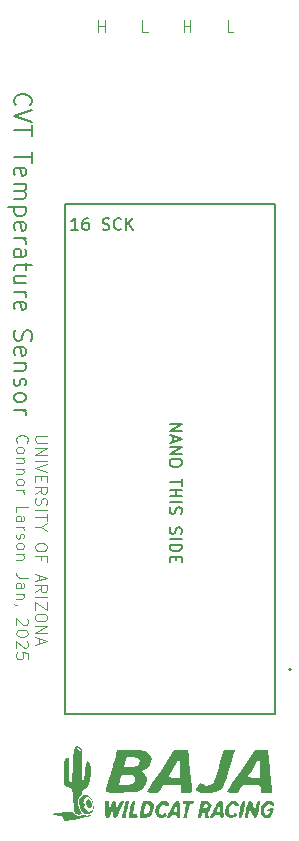
<source format=gbr>
%TF.GenerationSoftware,KiCad,Pcbnew,8.0.8-8.0.8-0~ubuntu24.04.1*%
%TF.CreationDate,2025-02-15T13:06:28-07:00*%
%TF.ProjectId,Temperature Sensor,54656d70-6572-4617-9475-72652053656e,rev?*%
%TF.SameCoordinates,Original*%
%TF.FileFunction,Legend,Top*%
%TF.FilePolarity,Positive*%
%FSLAX46Y46*%
G04 Gerber Fmt 4.6, Leading zero omitted, Abs format (unit mm)*
G04 Created by KiCad (PCBNEW 8.0.8-8.0.8-0~ubuntu24.04.1) date 2025-02-15 13:06:28*
%MOMM*%
%LPD*%
G01*
G04 APERTURE LIST*
%ADD10C,0.150000*%
%ADD11C,0.100000*%
%ADD12C,0.000000*%
%ADD13C,0.127000*%
%ADD14C,0.200000*%
G04 APERTURE END LIST*
D10*
X136860588Y-79369819D02*
X136289160Y-79369819D01*
X136574874Y-79369819D02*
X136574874Y-78369819D01*
X136574874Y-78369819D02*
X136479636Y-78512676D01*
X136479636Y-78512676D02*
X136384398Y-78607914D01*
X136384398Y-78607914D02*
X136289160Y-78655533D01*
X137717731Y-78369819D02*
X137527255Y-78369819D01*
X137527255Y-78369819D02*
X137432017Y-78417438D01*
X137432017Y-78417438D02*
X137384398Y-78465057D01*
X137384398Y-78465057D02*
X137289160Y-78607914D01*
X137289160Y-78607914D02*
X137241541Y-78798390D01*
X137241541Y-78798390D02*
X137241541Y-79179342D01*
X137241541Y-79179342D02*
X137289160Y-79274580D01*
X137289160Y-79274580D02*
X137336779Y-79322200D01*
X137336779Y-79322200D02*
X137432017Y-79369819D01*
X137432017Y-79369819D02*
X137622493Y-79369819D01*
X137622493Y-79369819D02*
X137717731Y-79322200D01*
X137717731Y-79322200D02*
X137765350Y-79274580D01*
X137765350Y-79274580D02*
X137812969Y-79179342D01*
X137812969Y-79179342D02*
X137812969Y-78941247D01*
X137812969Y-78941247D02*
X137765350Y-78846009D01*
X137765350Y-78846009D02*
X137717731Y-78798390D01*
X137717731Y-78798390D02*
X137622493Y-78750771D01*
X137622493Y-78750771D02*
X137432017Y-78750771D01*
X137432017Y-78750771D02*
X137336779Y-78798390D01*
X137336779Y-78798390D02*
X137289160Y-78846009D01*
X137289160Y-78846009D02*
X137241541Y-78941247D01*
X138955827Y-79322200D02*
X139098684Y-79369819D01*
X139098684Y-79369819D02*
X139336779Y-79369819D01*
X139336779Y-79369819D02*
X139432017Y-79322200D01*
X139432017Y-79322200D02*
X139479636Y-79274580D01*
X139479636Y-79274580D02*
X139527255Y-79179342D01*
X139527255Y-79179342D02*
X139527255Y-79084104D01*
X139527255Y-79084104D02*
X139479636Y-78988866D01*
X139479636Y-78988866D02*
X139432017Y-78941247D01*
X139432017Y-78941247D02*
X139336779Y-78893628D01*
X139336779Y-78893628D02*
X139146303Y-78846009D01*
X139146303Y-78846009D02*
X139051065Y-78798390D01*
X139051065Y-78798390D02*
X139003446Y-78750771D01*
X139003446Y-78750771D02*
X138955827Y-78655533D01*
X138955827Y-78655533D02*
X138955827Y-78560295D01*
X138955827Y-78560295D02*
X139003446Y-78465057D01*
X139003446Y-78465057D02*
X139051065Y-78417438D01*
X139051065Y-78417438D02*
X139146303Y-78369819D01*
X139146303Y-78369819D02*
X139384398Y-78369819D01*
X139384398Y-78369819D02*
X139527255Y-78417438D01*
X140527255Y-79274580D02*
X140479636Y-79322200D01*
X140479636Y-79322200D02*
X140336779Y-79369819D01*
X140336779Y-79369819D02*
X140241541Y-79369819D01*
X140241541Y-79369819D02*
X140098684Y-79322200D01*
X140098684Y-79322200D02*
X140003446Y-79226961D01*
X140003446Y-79226961D02*
X139955827Y-79131723D01*
X139955827Y-79131723D02*
X139908208Y-78941247D01*
X139908208Y-78941247D02*
X139908208Y-78798390D01*
X139908208Y-78798390D02*
X139955827Y-78607914D01*
X139955827Y-78607914D02*
X140003446Y-78512676D01*
X140003446Y-78512676D02*
X140098684Y-78417438D01*
X140098684Y-78417438D02*
X140241541Y-78369819D01*
X140241541Y-78369819D02*
X140336779Y-78369819D01*
X140336779Y-78369819D02*
X140479636Y-78417438D01*
X140479636Y-78417438D02*
X140527255Y-78465057D01*
X140955827Y-79369819D02*
X140955827Y-78369819D01*
X141527255Y-79369819D02*
X141098684Y-78798390D01*
X141527255Y-78369819D02*
X140955827Y-78941247D01*
X144630180Y-95836779D02*
X145630180Y-95836779D01*
X145630180Y-95836779D02*
X144630180Y-96408207D01*
X144630180Y-96408207D02*
X145630180Y-96408207D01*
X144915895Y-96836779D02*
X144915895Y-97312969D01*
X144630180Y-96741541D02*
X145630180Y-97074874D01*
X145630180Y-97074874D02*
X144630180Y-97408207D01*
X144630180Y-97741541D02*
X145630180Y-97741541D01*
X145630180Y-97741541D02*
X144630180Y-98312969D01*
X144630180Y-98312969D02*
X145630180Y-98312969D01*
X145630180Y-98979636D02*
X145630180Y-99170112D01*
X145630180Y-99170112D02*
X145582561Y-99265350D01*
X145582561Y-99265350D02*
X145487323Y-99360588D01*
X145487323Y-99360588D02*
X145296847Y-99408207D01*
X145296847Y-99408207D02*
X144963514Y-99408207D01*
X144963514Y-99408207D02*
X144773038Y-99360588D01*
X144773038Y-99360588D02*
X144677800Y-99265350D01*
X144677800Y-99265350D02*
X144630180Y-99170112D01*
X144630180Y-99170112D02*
X144630180Y-98979636D01*
X144630180Y-98979636D02*
X144677800Y-98884398D01*
X144677800Y-98884398D02*
X144773038Y-98789160D01*
X144773038Y-98789160D02*
X144963514Y-98741541D01*
X144963514Y-98741541D02*
X145296847Y-98741541D01*
X145296847Y-98741541D02*
X145487323Y-98789160D01*
X145487323Y-98789160D02*
X145582561Y-98884398D01*
X145582561Y-98884398D02*
X145630180Y-98979636D01*
X145630180Y-100455827D02*
X145630180Y-101027255D01*
X144630180Y-100741541D02*
X145630180Y-100741541D01*
X144630180Y-101360589D02*
X145630180Y-101360589D01*
X145153990Y-101360589D02*
X145153990Y-101932017D01*
X144630180Y-101932017D02*
X145630180Y-101932017D01*
X144630180Y-102408208D02*
X145630180Y-102408208D01*
X144677800Y-102836779D02*
X144630180Y-102979636D01*
X144630180Y-102979636D02*
X144630180Y-103217731D01*
X144630180Y-103217731D02*
X144677800Y-103312969D01*
X144677800Y-103312969D02*
X144725419Y-103360588D01*
X144725419Y-103360588D02*
X144820657Y-103408207D01*
X144820657Y-103408207D02*
X144915895Y-103408207D01*
X144915895Y-103408207D02*
X145011133Y-103360588D01*
X145011133Y-103360588D02*
X145058752Y-103312969D01*
X145058752Y-103312969D02*
X145106371Y-103217731D01*
X145106371Y-103217731D02*
X145153990Y-103027255D01*
X145153990Y-103027255D02*
X145201609Y-102932017D01*
X145201609Y-102932017D02*
X145249228Y-102884398D01*
X145249228Y-102884398D02*
X145344466Y-102836779D01*
X145344466Y-102836779D02*
X145439704Y-102836779D01*
X145439704Y-102836779D02*
X145534942Y-102884398D01*
X145534942Y-102884398D02*
X145582561Y-102932017D01*
X145582561Y-102932017D02*
X145630180Y-103027255D01*
X145630180Y-103027255D02*
X145630180Y-103265350D01*
X145630180Y-103265350D02*
X145582561Y-103408207D01*
X144677800Y-104551065D02*
X144630180Y-104693922D01*
X144630180Y-104693922D02*
X144630180Y-104932017D01*
X144630180Y-104932017D02*
X144677800Y-105027255D01*
X144677800Y-105027255D02*
X144725419Y-105074874D01*
X144725419Y-105074874D02*
X144820657Y-105122493D01*
X144820657Y-105122493D02*
X144915895Y-105122493D01*
X144915895Y-105122493D02*
X145011133Y-105074874D01*
X145011133Y-105074874D02*
X145058752Y-105027255D01*
X145058752Y-105027255D02*
X145106371Y-104932017D01*
X145106371Y-104932017D02*
X145153990Y-104741541D01*
X145153990Y-104741541D02*
X145201609Y-104646303D01*
X145201609Y-104646303D02*
X145249228Y-104598684D01*
X145249228Y-104598684D02*
X145344466Y-104551065D01*
X145344466Y-104551065D02*
X145439704Y-104551065D01*
X145439704Y-104551065D02*
X145534942Y-104598684D01*
X145534942Y-104598684D02*
X145582561Y-104646303D01*
X145582561Y-104646303D02*
X145630180Y-104741541D01*
X145630180Y-104741541D02*
X145630180Y-104979636D01*
X145630180Y-104979636D02*
X145582561Y-105122493D01*
X144630180Y-105551065D02*
X145630180Y-105551065D01*
X144630180Y-106027255D02*
X145630180Y-106027255D01*
X145630180Y-106027255D02*
X145630180Y-106265350D01*
X145630180Y-106265350D02*
X145582561Y-106408207D01*
X145582561Y-106408207D02*
X145487323Y-106503445D01*
X145487323Y-106503445D02*
X145392085Y-106551064D01*
X145392085Y-106551064D02*
X145201609Y-106598683D01*
X145201609Y-106598683D02*
X145058752Y-106598683D01*
X145058752Y-106598683D02*
X144868276Y-106551064D01*
X144868276Y-106551064D02*
X144773038Y-106503445D01*
X144773038Y-106503445D02*
X144677800Y-106408207D01*
X144677800Y-106408207D02*
X144630180Y-106265350D01*
X144630180Y-106265350D02*
X144630180Y-106027255D01*
X145153990Y-107027255D02*
X145153990Y-107360588D01*
X144630180Y-107503445D02*
X144630180Y-107027255D01*
X144630180Y-107027255D02*
X145630180Y-107027255D01*
X145630180Y-107027255D02*
X145630180Y-107503445D01*
D11*
X134237524Y-96803884D02*
X133428001Y-96803884D01*
X133428001Y-96803884D02*
X133332763Y-96851503D01*
X133332763Y-96851503D02*
X133285144Y-96899122D01*
X133285144Y-96899122D02*
X133237524Y-96994360D01*
X133237524Y-96994360D02*
X133237524Y-97184836D01*
X133237524Y-97184836D02*
X133285144Y-97280074D01*
X133285144Y-97280074D02*
X133332763Y-97327693D01*
X133332763Y-97327693D02*
X133428001Y-97375312D01*
X133428001Y-97375312D02*
X134237524Y-97375312D01*
X133237524Y-97851503D02*
X134237524Y-97851503D01*
X134237524Y-97851503D02*
X133237524Y-98422931D01*
X133237524Y-98422931D02*
X134237524Y-98422931D01*
X133237524Y-98899122D02*
X134237524Y-98899122D01*
X134237524Y-99232455D02*
X133237524Y-99565788D01*
X133237524Y-99565788D02*
X134237524Y-99899121D01*
X133761334Y-100232455D02*
X133761334Y-100565788D01*
X133237524Y-100708645D02*
X133237524Y-100232455D01*
X133237524Y-100232455D02*
X134237524Y-100232455D01*
X134237524Y-100232455D02*
X134237524Y-100708645D01*
X133237524Y-101708645D02*
X133713715Y-101375312D01*
X133237524Y-101137217D02*
X134237524Y-101137217D01*
X134237524Y-101137217D02*
X134237524Y-101518169D01*
X134237524Y-101518169D02*
X134189905Y-101613407D01*
X134189905Y-101613407D02*
X134142286Y-101661026D01*
X134142286Y-101661026D02*
X134047048Y-101708645D01*
X134047048Y-101708645D02*
X133904191Y-101708645D01*
X133904191Y-101708645D02*
X133808953Y-101661026D01*
X133808953Y-101661026D02*
X133761334Y-101613407D01*
X133761334Y-101613407D02*
X133713715Y-101518169D01*
X133713715Y-101518169D02*
X133713715Y-101137217D01*
X133285144Y-102089598D02*
X133237524Y-102232455D01*
X133237524Y-102232455D02*
X133237524Y-102470550D01*
X133237524Y-102470550D02*
X133285144Y-102565788D01*
X133285144Y-102565788D02*
X133332763Y-102613407D01*
X133332763Y-102613407D02*
X133428001Y-102661026D01*
X133428001Y-102661026D02*
X133523239Y-102661026D01*
X133523239Y-102661026D02*
X133618477Y-102613407D01*
X133618477Y-102613407D02*
X133666096Y-102565788D01*
X133666096Y-102565788D02*
X133713715Y-102470550D01*
X133713715Y-102470550D02*
X133761334Y-102280074D01*
X133761334Y-102280074D02*
X133808953Y-102184836D01*
X133808953Y-102184836D02*
X133856572Y-102137217D01*
X133856572Y-102137217D02*
X133951810Y-102089598D01*
X133951810Y-102089598D02*
X134047048Y-102089598D01*
X134047048Y-102089598D02*
X134142286Y-102137217D01*
X134142286Y-102137217D02*
X134189905Y-102184836D01*
X134189905Y-102184836D02*
X134237524Y-102280074D01*
X134237524Y-102280074D02*
X134237524Y-102518169D01*
X134237524Y-102518169D02*
X134189905Y-102661026D01*
X133237524Y-103089598D02*
X134237524Y-103089598D01*
X134237524Y-103422931D02*
X134237524Y-103994359D01*
X133237524Y-103708645D02*
X134237524Y-103708645D01*
X133713715Y-104518169D02*
X133237524Y-104518169D01*
X134237524Y-104184836D02*
X133713715Y-104518169D01*
X133713715Y-104518169D02*
X134237524Y-104851502D01*
X134237524Y-106137217D02*
X134237524Y-106327693D01*
X134237524Y-106327693D02*
X134189905Y-106422931D01*
X134189905Y-106422931D02*
X134094667Y-106518169D01*
X134094667Y-106518169D02*
X133904191Y-106565788D01*
X133904191Y-106565788D02*
X133570858Y-106565788D01*
X133570858Y-106565788D02*
X133380382Y-106518169D01*
X133380382Y-106518169D02*
X133285144Y-106422931D01*
X133285144Y-106422931D02*
X133237524Y-106327693D01*
X133237524Y-106327693D02*
X133237524Y-106137217D01*
X133237524Y-106137217D02*
X133285144Y-106041979D01*
X133285144Y-106041979D02*
X133380382Y-105946741D01*
X133380382Y-105946741D02*
X133570858Y-105899122D01*
X133570858Y-105899122D02*
X133904191Y-105899122D01*
X133904191Y-105899122D02*
X134094667Y-105946741D01*
X134094667Y-105946741D02*
X134189905Y-106041979D01*
X134189905Y-106041979D02*
X134237524Y-106137217D01*
X133761334Y-107327693D02*
X133761334Y-106994360D01*
X133237524Y-106994360D02*
X134237524Y-106994360D01*
X134237524Y-106994360D02*
X134237524Y-107470550D01*
X133523239Y-108565789D02*
X133523239Y-109041979D01*
X133237524Y-108470551D02*
X134237524Y-108803884D01*
X134237524Y-108803884D02*
X133237524Y-109137217D01*
X133237524Y-110041979D02*
X133713715Y-109708646D01*
X133237524Y-109470551D02*
X134237524Y-109470551D01*
X134237524Y-109470551D02*
X134237524Y-109851503D01*
X134237524Y-109851503D02*
X134189905Y-109946741D01*
X134189905Y-109946741D02*
X134142286Y-109994360D01*
X134142286Y-109994360D02*
X134047048Y-110041979D01*
X134047048Y-110041979D02*
X133904191Y-110041979D01*
X133904191Y-110041979D02*
X133808953Y-109994360D01*
X133808953Y-109994360D02*
X133761334Y-109946741D01*
X133761334Y-109946741D02*
X133713715Y-109851503D01*
X133713715Y-109851503D02*
X133713715Y-109470551D01*
X133237524Y-110470551D02*
X134237524Y-110470551D01*
X134237524Y-110851503D02*
X134237524Y-111518169D01*
X134237524Y-111518169D02*
X133237524Y-110851503D01*
X133237524Y-110851503D02*
X133237524Y-111518169D01*
X134237524Y-112089598D02*
X134237524Y-112280074D01*
X134237524Y-112280074D02*
X134189905Y-112375312D01*
X134189905Y-112375312D02*
X134094667Y-112470550D01*
X134094667Y-112470550D02*
X133904191Y-112518169D01*
X133904191Y-112518169D02*
X133570858Y-112518169D01*
X133570858Y-112518169D02*
X133380382Y-112470550D01*
X133380382Y-112470550D02*
X133285144Y-112375312D01*
X133285144Y-112375312D02*
X133237524Y-112280074D01*
X133237524Y-112280074D02*
X133237524Y-112089598D01*
X133237524Y-112089598D02*
X133285144Y-111994360D01*
X133285144Y-111994360D02*
X133380382Y-111899122D01*
X133380382Y-111899122D02*
X133570858Y-111851503D01*
X133570858Y-111851503D02*
X133904191Y-111851503D01*
X133904191Y-111851503D02*
X134094667Y-111899122D01*
X134094667Y-111899122D02*
X134189905Y-111994360D01*
X134189905Y-111994360D02*
X134237524Y-112089598D01*
X133237524Y-112946741D02*
X134237524Y-112946741D01*
X134237524Y-112946741D02*
X133237524Y-113518169D01*
X133237524Y-113518169D02*
X134237524Y-113518169D01*
X133523239Y-113946741D02*
X133523239Y-114422931D01*
X133237524Y-113851503D02*
X134237524Y-114184836D01*
X134237524Y-114184836D02*
X133237524Y-114518169D01*
X131722819Y-97375312D02*
X131675200Y-97327693D01*
X131675200Y-97327693D02*
X131627580Y-97184836D01*
X131627580Y-97184836D02*
X131627580Y-97089598D01*
X131627580Y-97089598D02*
X131675200Y-96946741D01*
X131675200Y-96946741D02*
X131770438Y-96851503D01*
X131770438Y-96851503D02*
X131865676Y-96803884D01*
X131865676Y-96803884D02*
X132056152Y-96756265D01*
X132056152Y-96756265D02*
X132199009Y-96756265D01*
X132199009Y-96756265D02*
X132389485Y-96803884D01*
X132389485Y-96803884D02*
X132484723Y-96851503D01*
X132484723Y-96851503D02*
X132579961Y-96946741D01*
X132579961Y-96946741D02*
X132627580Y-97089598D01*
X132627580Y-97089598D02*
X132627580Y-97184836D01*
X132627580Y-97184836D02*
X132579961Y-97327693D01*
X132579961Y-97327693D02*
X132532342Y-97375312D01*
X131627580Y-97946741D02*
X131675200Y-97851503D01*
X131675200Y-97851503D02*
X131722819Y-97803884D01*
X131722819Y-97803884D02*
X131818057Y-97756265D01*
X131818057Y-97756265D02*
X132103771Y-97756265D01*
X132103771Y-97756265D02*
X132199009Y-97803884D01*
X132199009Y-97803884D02*
X132246628Y-97851503D01*
X132246628Y-97851503D02*
X132294247Y-97946741D01*
X132294247Y-97946741D02*
X132294247Y-98089598D01*
X132294247Y-98089598D02*
X132246628Y-98184836D01*
X132246628Y-98184836D02*
X132199009Y-98232455D01*
X132199009Y-98232455D02*
X132103771Y-98280074D01*
X132103771Y-98280074D02*
X131818057Y-98280074D01*
X131818057Y-98280074D02*
X131722819Y-98232455D01*
X131722819Y-98232455D02*
X131675200Y-98184836D01*
X131675200Y-98184836D02*
X131627580Y-98089598D01*
X131627580Y-98089598D02*
X131627580Y-97946741D01*
X132294247Y-98708646D02*
X131627580Y-98708646D01*
X132199009Y-98708646D02*
X132246628Y-98756265D01*
X132246628Y-98756265D02*
X132294247Y-98851503D01*
X132294247Y-98851503D02*
X132294247Y-98994360D01*
X132294247Y-98994360D02*
X132246628Y-99089598D01*
X132246628Y-99089598D02*
X132151390Y-99137217D01*
X132151390Y-99137217D02*
X131627580Y-99137217D01*
X132294247Y-99613408D02*
X131627580Y-99613408D01*
X132199009Y-99613408D02*
X132246628Y-99661027D01*
X132246628Y-99661027D02*
X132294247Y-99756265D01*
X132294247Y-99756265D02*
X132294247Y-99899122D01*
X132294247Y-99899122D02*
X132246628Y-99994360D01*
X132246628Y-99994360D02*
X132151390Y-100041979D01*
X132151390Y-100041979D02*
X131627580Y-100041979D01*
X131627580Y-100661027D02*
X131675200Y-100565789D01*
X131675200Y-100565789D02*
X131722819Y-100518170D01*
X131722819Y-100518170D02*
X131818057Y-100470551D01*
X131818057Y-100470551D02*
X132103771Y-100470551D01*
X132103771Y-100470551D02*
X132199009Y-100518170D01*
X132199009Y-100518170D02*
X132246628Y-100565789D01*
X132246628Y-100565789D02*
X132294247Y-100661027D01*
X132294247Y-100661027D02*
X132294247Y-100803884D01*
X132294247Y-100803884D02*
X132246628Y-100899122D01*
X132246628Y-100899122D02*
X132199009Y-100946741D01*
X132199009Y-100946741D02*
X132103771Y-100994360D01*
X132103771Y-100994360D02*
X131818057Y-100994360D01*
X131818057Y-100994360D02*
X131722819Y-100946741D01*
X131722819Y-100946741D02*
X131675200Y-100899122D01*
X131675200Y-100899122D02*
X131627580Y-100803884D01*
X131627580Y-100803884D02*
X131627580Y-100661027D01*
X131627580Y-101422932D02*
X132294247Y-101422932D01*
X132103771Y-101422932D02*
X132199009Y-101470551D01*
X132199009Y-101470551D02*
X132246628Y-101518170D01*
X132246628Y-101518170D02*
X132294247Y-101613408D01*
X132294247Y-101613408D02*
X132294247Y-101708646D01*
X131627580Y-103280075D02*
X131627580Y-102803885D01*
X131627580Y-102803885D02*
X132627580Y-102803885D01*
X131627580Y-104041980D02*
X132151390Y-104041980D01*
X132151390Y-104041980D02*
X132246628Y-103994361D01*
X132246628Y-103994361D02*
X132294247Y-103899123D01*
X132294247Y-103899123D02*
X132294247Y-103708647D01*
X132294247Y-103708647D02*
X132246628Y-103613409D01*
X131675200Y-104041980D02*
X131627580Y-103946742D01*
X131627580Y-103946742D02*
X131627580Y-103708647D01*
X131627580Y-103708647D02*
X131675200Y-103613409D01*
X131675200Y-103613409D02*
X131770438Y-103565790D01*
X131770438Y-103565790D02*
X131865676Y-103565790D01*
X131865676Y-103565790D02*
X131960914Y-103613409D01*
X131960914Y-103613409D02*
X132008533Y-103708647D01*
X132008533Y-103708647D02*
X132008533Y-103946742D01*
X132008533Y-103946742D02*
X132056152Y-104041980D01*
X131627580Y-104518171D02*
X132294247Y-104518171D01*
X132103771Y-104518171D02*
X132199009Y-104565790D01*
X132199009Y-104565790D02*
X132246628Y-104613409D01*
X132246628Y-104613409D02*
X132294247Y-104708647D01*
X132294247Y-104708647D02*
X132294247Y-104803885D01*
X131675200Y-105089600D02*
X131627580Y-105184838D01*
X131627580Y-105184838D02*
X131627580Y-105375314D01*
X131627580Y-105375314D02*
X131675200Y-105470552D01*
X131675200Y-105470552D02*
X131770438Y-105518171D01*
X131770438Y-105518171D02*
X131818057Y-105518171D01*
X131818057Y-105518171D02*
X131913295Y-105470552D01*
X131913295Y-105470552D02*
X131960914Y-105375314D01*
X131960914Y-105375314D02*
X131960914Y-105232457D01*
X131960914Y-105232457D02*
X132008533Y-105137219D01*
X132008533Y-105137219D02*
X132103771Y-105089600D01*
X132103771Y-105089600D02*
X132151390Y-105089600D01*
X132151390Y-105089600D02*
X132246628Y-105137219D01*
X132246628Y-105137219D02*
X132294247Y-105232457D01*
X132294247Y-105232457D02*
X132294247Y-105375314D01*
X132294247Y-105375314D02*
X132246628Y-105470552D01*
X131627580Y-106089600D02*
X131675200Y-105994362D01*
X131675200Y-105994362D02*
X131722819Y-105946743D01*
X131722819Y-105946743D02*
X131818057Y-105899124D01*
X131818057Y-105899124D02*
X132103771Y-105899124D01*
X132103771Y-105899124D02*
X132199009Y-105946743D01*
X132199009Y-105946743D02*
X132246628Y-105994362D01*
X132246628Y-105994362D02*
X132294247Y-106089600D01*
X132294247Y-106089600D02*
X132294247Y-106232457D01*
X132294247Y-106232457D02*
X132246628Y-106327695D01*
X132246628Y-106327695D02*
X132199009Y-106375314D01*
X132199009Y-106375314D02*
X132103771Y-106422933D01*
X132103771Y-106422933D02*
X131818057Y-106422933D01*
X131818057Y-106422933D02*
X131722819Y-106375314D01*
X131722819Y-106375314D02*
X131675200Y-106327695D01*
X131675200Y-106327695D02*
X131627580Y-106232457D01*
X131627580Y-106232457D02*
X131627580Y-106089600D01*
X132294247Y-106851505D02*
X131627580Y-106851505D01*
X132199009Y-106851505D02*
X132246628Y-106899124D01*
X132246628Y-106899124D02*
X132294247Y-106994362D01*
X132294247Y-106994362D02*
X132294247Y-107137219D01*
X132294247Y-107137219D02*
X132246628Y-107232457D01*
X132246628Y-107232457D02*
X132151390Y-107280076D01*
X132151390Y-107280076D02*
X131627580Y-107280076D01*
X132627580Y-108803886D02*
X131913295Y-108803886D01*
X131913295Y-108803886D02*
X131770438Y-108756267D01*
X131770438Y-108756267D02*
X131675200Y-108661029D01*
X131675200Y-108661029D02*
X131627580Y-108518172D01*
X131627580Y-108518172D02*
X131627580Y-108422934D01*
X131627580Y-109708648D02*
X132151390Y-109708648D01*
X132151390Y-109708648D02*
X132246628Y-109661029D01*
X132246628Y-109661029D02*
X132294247Y-109565791D01*
X132294247Y-109565791D02*
X132294247Y-109375315D01*
X132294247Y-109375315D02*
X132246628Y-109280077D01*
X131675200Y-109708648D02*
X131627580Y-109613410D01*
X131627580Y-109613410D02*
X131627580Y-109375315D01*
X131627580Y-109375315D02*
X131675200Y-109280077D01*
X131675200Y-109280077D02*
X131770438Y-109232458D01*
X131770438Y-109232458D02*
X131865676Y-109232458D01*
X131865676Y-109232458D02*
X131960914Y-109280077D01*
X131960914Y-109280077D02*
X132008533Y-109375315D01*
X132008533Y-109375315D02*
X132008533Y-109613410D01*
X132008533Y-109613410D02*
X132056152Y-109708648D01*
X132294247Y-110184839D02*
X131627580Y-110184839D01*
X132199009Y-110184839D02*
X132246628Y-110232458D01*
X132246628Y-110232458D02*
X132294247Y-110327696D01*
X132294247Y-110327696D02*
X132294247Y-110470553D01*
X132294247Y-110470553D02*
X132246628Y-110565791D01*
X132246628Y-110565791D02*
X132151390Y-110613410D01*
X132151390Y-110613410D02*
X131627580Y-110613410D01*
X131675200Y-111137220D02*
X131627580Y-111137220D01*
X131627580Y-111137220D02*
X131532342Y-111089601D01*
X131532342Y-111089601D02*
X131484723Y-111041982D01*
X132532342Y-112280077D02*
X132579961Y-112327696D01*
X132579961Y-112327696D02*
X132627580Y-112422934D01*
X132627580Y-112422934D02*
X132627580Y-112661029D01*
X132627580Y-112661029D02*
X132579961Y-112756267D01*
X132579961Y-112756267D02*
X132532342Y-112803886D01*
X132532342Y-112803886D02*
X132437104Y-112851505D01*
X132437104Y-112851505D02*
X132341866Y-112851505D01*
X132341866Y-112851505D02*
X132199009Y-112803886D01*
X132199009Y-112803886D02*
X131627580Y-112232458D01*
X131627580Y-112232458D02*
X131627580Y-112851505D01*
X132627580Y-113470553D02*
X132627580Y-113565791D01*
X132627580Y-113565791D02*
X132579961Y-113661029D01*
X132579961Y-113661029D02*
X132532342Y-113708648D01*
X132532342Y-113708648D02*
X132437104Y-113756267D01*
X132437104Y-113756267D02*
X132246628Y-113803886D01*
X132246628Y-113803886D02*
X132008533Y-113803886D01*
X132008533Y-113803886D02*
X131818057Y-113756267D01*
X131818057Y-113756267D02*
X131722819Y-113708648D01*
X131722819Y-113708648D02*
X131675200Y-113661029D01*
X131675200Y-113661029D02*
X131627580Y-113565791D01*
X131627580Y-113565791D02*
X131627580Y-113470553D01*
X131627580Y-113470553D02*
X131675200Y-113375315D01*
X131675200Y-113375315D02*
X131722819Y-113327696D01*
X131722819Y-113327696D02*
X131818057Y-113280077D01*
X131818057Y-113280077D02*
X132008533Y-113232458D01*
X132008533Y-113232458D02*
X132246628Y-113232458D01*
X132246628Y-113232458D02*
X132437104Y-113280077D01*
X132437104Y-113280077D02*
X132532342Y-113327696D01*
X132532342Y-113327696D02*
X132579961Y-113375315D01*
X132579961Y-113375315D02*
X132627580Y-113470553D01*
X132532342Y-114184839D02*
X132579961Y-114232458D01*
X132579961Y-114232458D02*
X132627580Y-114327696D01*
X132627580Y-114327696D02*
X132627580Y-114565791D01*
X132627580Y-114565791D02*
X132579961Y-114661029D01*
X132579961Y-114661029D02*
X132532342Y-114708648D01*
X132532342Y-114708648D02*
X132437104Y-114756267D01*
X132437104Y-114756267D02*
X132341866Y-114756267D01*
X132341866Y-114756267D02*
X132199009Y-114708648D01*
X132199009Y-114708648D02*
X131627580Y-114137220D01*
X131627580Y-114137220D02*
X131627580Y-114756267D01*
X132627580Y-115661029D02*
X132627580Y-115184839D01*
X132627580Y-115184839D02*
X132151390Y-115137220D01*
X132151390Y-115137220D02*
X132199009Y-115184839D01*
X132199009Y-115184839D02*
X132246628Y-115280077D01*
X132246628Y-115280077D02*
X132246628Y-115518172D01*
X132246628Y-115518172D02*
X132199009Y-115613410D01*
X132199009Y-115613410D02*
X132151390Y-115661029D01*
X132151390Y-115661029D02*
X132056152Y-115708648D01*
X132056152Y-115708648D02*
X131818057Y-115708648D01*
X131818057Y-115708648D02*
X131722819Y-115661029D01*
X131722819Y-115661029D02*
X131675200Y-115613410D01*
X131675200Y-115613410D02*
X131627580Y-115518172D01*
X131627580Y-115518172D02*
X131627580Y-115280077D01*
X131627580Y-115280077D02*
X131675200Y-115184839D01*
X131675200Y-115184839D02*
X131722819Y-115137220D01*
X145803884Y-62622419D02*
X145803884Y-61622419D01*
X145803884Y-62098609D02*
X146375312Y-62098609D01*
X146375312Y-62622419D02*
X146375312Y-61622419D01*
X150030074Y-62622419D02*
X149553884Y-62622419D01*
X149553884Y-62622419D02*
X149553884Y-61622419D01*
X138553884Y-62622419D02*
X138553884Y-61622419D01*
X138553884Y-62098609D02*
X139125312Y-62098609D01*
X139125312Y-62622419D02*
X139125312Y-61622419D01*
D10*
X131584228Y-68812969D02*
X131512800Y-68741541D01*
X131512800Y-68741541D02*
X131441371Y-68527255D01*
X131441371Y-68527255D02*
X131441371Y-68384398D01*
X131441371Y-68384398D02*
X131512800Y-68170112D01*
X131512800Y-68170112D02*
X131655657Y-68027255D01*
X131655657Y-68027255D02*
X131798514Y-67955826D01*
X131798514Y-67955826D02*
X132084228Y-67884398D01*
X132084228Y-67884398D02*
X132298514Y-67884398D01*
X132298514Y-67884398D02*
X132584228Y-67955826D01*
X132584228Y-67955826D02*
X132727085Y-68027255D01*
X132727085Y-68027255D02*
X132869942Y-68170112D01*
X132869942Y-68170112D02*
X132941371Y-68384398D01*
X132941371Y-68384398D02*
X132941371Y-68527255D01*
X132941371Y-68527255D02*
X132869942Y-68741541D01*
X132869942Y-68741541D02*
X132798514Y-68812969D01*
X132941371Y-69241541D02*
X131441371Y-69741541D01*
X131441371Y-69741541D02*
X132941371Y-70241541D01*
X132941371Y-70527255D02*
X132941371Y-71384398D01*
X131441371Y-70955826D02*
X132941371Y-70955826D01*
X132941371Y-72812969D02*
X132941371Y-73670112D01*
X131441371Y-73241540D02*
X132941371Y-73241540D01*
X131512800Y-74741540D02*
X131441371Y-74598683D01*
X131441371Y-74598683D02*
X131441371Y-74312969D01*
X131441371Y-74312969D02*
X131512800Y-74170111D01*
X131512800Y-74170111D02*
X131655657Y-74098683D01*
X131655657Y-74098683D02*
X132227085Y-74098683D01*
X132227085Y-74098683D02*
X132369942Y-74170111D01*
X132369942Y-74170111D02*
X132441371Y-74312969D01*
X132441371Y-74312969D02*
X132441371Y-74598683D01*
X132441371Y-74598683D02*
X132369942Y-74741540D01*
X132369942Y-74741540D02*
X132227085Y-74812969D01*
X132227085Y-74812969D02*
X132084228Y-74812969D01*
X132084228Y-74812969D02*
X131941371Y-74098683D01*
X131441371Y-75455825D02*
X132441371Y-75455825D01*
X132298514Y-75455825D02*
X132369942Y-75527254D01*
X132369942Y-75527254D02*
X132441371Y-75670111D01*
X132441371Y-75670111D02*
X132441371Y-75884397D01*
X132441371Y-75884397D02*
X132369942Y-76027254D01*
X132369942Y-76027254D02*
X132227085Y-76098683D01*
X132227085Y-76098683D02*
X131441371Y-76098683D01*
X132227085Y-76098683D02*
X132369942Y-76170111D01*
X132369942Y-76170111D02*
X132441371Y-76312968D01*
X132441371Y-76312968D02*
X132441371Y-76527254D01*
X132441371Y-76527254D02*
X132369942Y-76670111D01*
X132369942Y-76670111D02*
X132227085Y-76741540D01*
X132227085Y-76741540D02*
X131441371Y-76741540D01*
X132441371Y-77455825D02*
X130941371Y-77455825D01*
X132369942Y-77455825D02*
X132441371Y-77598683D01*
X132441371Y-77598683D02*
X132441371Y-77884397D01*
X132441371Y-77884397D02*
X132369942Y-78027254D01*
X132369942Y-78027254D02*
X132298514Y-78098683D01*
X132298514Y-78098683D02*
X132155657Y-78170111D01*
X132155657Y-78170111D02*
X131727085Y-78170111D01*
X131727085Y-78170111D02*
X131584228Y-78098683D01*
X131584228Y-78098683D02*
X131512800Y-78027254D01*
X131512800Y-78027254D02*
X131441371Y-77884397D01*
X131441371Y-77884397D02*
X131441371Y-77598683D01*
X131441371Y-77598683D02*
X131512800Y-77455825D01*
X131512800Y-79384397D02*
X131441371Y-79241540D01*
X131441371Y-79241540D02*
X131441371Y-78955826D01*
X131441371Y-78955826D02*
X131512800Y-78812968D01*
X131512800Y-78812968D02*
X131655657Y-78741540D01*
X131655657Y-78741540D02*
X132227085Y-78741540D01*
X132227085Y-78741540D02*
X132369942Y-78812968D01*
X132369942Y-78812968D02*
X132441371Y-78955826D01*
X132441371Y-78955826D02*
X132441371Y-79241540D01*
X132441371Y-79241540D02*
X132369942Y-79384397D01*
X132369942Y-79384397D02*
X132227085Y-79455826D01*
X132227085Y-79455826D02*
X132084228Y-79455826D01*
X132084228Y-79455826D02*
X131941371Y-78741540D01*
X131441371Y-80098682D02*
X132441371Y-80098682D01*
X132155657Y-80098682D02*
X132298514Y-80170111D01*
X132298514Y-80170111D02*
X132369942Y-80241540D01*
X132369942Y-80241540D02*
X132441371Y-80384397D01*
X132441371Y-80384397D02*
X132441371Y-80527254D01*
X131441371Y-81670111D02*
X132227085Y-81670111D01*
X132227085Y-81670111D02*
X132369942Y-81598682D01*
X132369942Y-81598682D02*
X132441371Y-81455825D01*
X132441371Y-81455825D02*
X132441371Y-81170111D01*
X132441371Y-81170111D02*
X132369942Y-81027253D01*
X131512800Y-81670111D02*
X131441371Y-81527253D01*
X131441371Y-81527253D02*
X131441371Y-81170111D01*
X131441371Y-81170111D02*
X131512800Y-81027253D01*
X131512800Y-81027253D02*
X131655657Y-80955825D01*
X131655657Y-80955825D02*
X131798514Y-80955825D01*
X131798514Y-80955825D02*
X131941371Y-81027253D01*
X131941371Y-81027253D02*
X132012800Y-81170111D01*
X132012800Y-81170111D02*
X132012800Y-81527253D01*
X132012800Y-81527253D02*
X132084228Y-81670111D01*
X132441371Y-82170111D02*
X132441371Y-82741539D01*
X132941371Y-82384396D02*
X131655657Y-82384396D01*
X131655657Y-82384396D02*
X131512800Y-82455825D01*
X131512800Y-82455825D02*
X131441371Y-82598682D01*
X131441371Y-82598682D02*
X131441371Y-82741539D01*
X132441371Y-83884397D02*
X131441371Y-83884397D01*
X132441371Y-83241539D02*
X131655657Y-83241539D01*
X131655657Y-83241539D02*
X131512800Y-83312968D01*
X131512800Y-83312968D02*
X131441371Y-83455825D01*
X131441371Y-83455825D02*
X131441371Y-83670111D01*
X131441371Y-83670111D02*
X131512800Y-83812968D01*
X131512800Y-83812968D02*
X131584228Y-83884397D01*
X131441371Y-84598682D02*
X132441371Y-84598682D01*
X132155657Y-84598682D02*
X132298514Y-84670111D01*
X132298514Y-84670111D02*
X132369942Y-84741540D01*
X132369942Y-84741540D02*
X132441371Y-84884397D01*
X132441371Y-84884397D02*
X132441371Y-85027254D01*
X131512800Y-86098682D02*
X131441371Y-85955825D01*
X131441371Y-85955825D02*
X131441371Y-85670111D01*
X131441371Y-85670111D02*
X131512800Y-85527253D01*
X131512800Y-85527253D02*
X131655657Y-85455825D01*
X131655657Y-85455825D02*
X132227085Y-85455825D01*
X132227085Y-85455825D02*
X132369942Y-85527253D01*
X132369942Y-85527253D02*
X132441371Y-85670111D01*
X132441371Y-85670111D02*
X132441371Y-85955825D01*
X132441371Y-85955825D02*
X132369942Y-86098682D01*
X132369942Y-86098682D02*
X132227085Y-86170111D01*
X132227085Y-86170111D02*
X132084228Y-86170111D01*
X132084228Y-86170111D02*
X131941371Y-85455825D01*
X131512800Y-87884396D02*
X131441371Y-88098682D01*
X131441371Y-88098682D02*
X131441371Y-88455824D01*
X131441371Y-88455824D02*
X131512800Y-88598682D01*
X131512800Y-88598682D02*
X131584228Y-88670110D01*
X131584228Y-88670110D02*
X131727085Y-88741539D01*
X131727085Y-88741539D02*
X131869942Y-88741539D01*
X131869942Y-88741539D02*
X132012800Y-88670110D01*
X132012800Y-88670110D02*
X132084228Y-88598682D01*
X132084228Y-88598682D02*
X132155657Y-88455824D01*
X132155657Y-88455824D02*
X132227085Y-88170110D01*
X132227085Y-88170110D02*
X132298514Y-88027253D01*
X132298514Y-88027253D02*
X132369942Y-87955824D01*
X132369942Y-87955824D02*
X132512800Y-87884396D01*
X132512800Y-87884396D02*
X132655657Y-87884396D01*
X132655657Y-87884396D02*
X132798514Y-87955824D01*
X132798514Y-87955824D02*
X132869942Y-88027253D01*
X132869942Y-88027253D02*
X132941371Y-88170110D01*
X132941371Y-88170110D02*
X132941371Y-88527253D01*
X132941371Y-88527253D02*
X132869942Y-88741539D01*
X131512800Y-89955824D02*
X131441371Y-89812967D01*
X131441371Y-89812967D02*
X131441371Y-89527253D01*
X131441371Y-89527253D02*
X131512800Y-89384395D01*
X131512800Y-89384395D02*
X131655657Y-89312967D01*
X131655657Y-89312967D02*
X132227085Y-89312967D01*
X132227085Y-89312967D02*
X132369942Y-89384395D01*
X132369942Y-89384395D02*
X132441371Y-89527253D01*
X132441371Y-89527253D02*
X132441371Y-89812967D01*
X132441371Y-89812967D02*
X132369942Y-89955824D01*
X132369942Y-89955824D02*
X132227085Y-90027253D01*
X132227085Y-90027253D02*
X132084228Y-90027253D01*
X132084228Y-90027253D02*
X131941371Y-89312967D01*
X132441371Y-90670109D02*
X131441371Y-90670109D01*
X132298514Y-90670109D02*
X132369942Y-90741538D01*
X132369942Y-90741538D02*
X132441371Y-90884395D01*
X132441371Y-90884395D02*
X132441371Y-91098681D01*
X132441371Y-91098681D02*
X132369942Y-91241538D01*
X132369942Y-91241538D02*
X132227085Y-91312967D01*
X132227085Y-91312967D02*
X131441371Y-91312967D01*
X131512800Y-91955824D02*
X131441371Y-92098681D01*
X131441371Y-92098681D02*
X131441371Y-92384395D01*
X131441371Y-92384395D02*
X131512800Y-92527252D01*
X131512800Y-92527252D02*
X131655657Y-92598681D01*
X131655657Y-92598681D02*
X131727085Y-92598681D01*
X131727085Y-92598681D02*
X131869942Y-92527252D01*
X131869942Y-92527252D02*
X131941371Y-92384395D01*
X131941371Y-92384395D02*
X131941371Y-92170110D01*
X131941371Y-92170110D02*
X132012800Y-92027252D01*
X132012800Y-92027252D02*
X132155657Y-91955824D01*
X132155657Y-91955824D02*
X132227085Y-91955824D01*
X132227085Y-91955824D02*
X132369942Y-92027252D01*
X132369942Y-92027252D02*
X132441371Y-92170110D01*
X132441371Y-92170110D02*
X132441371Y-92384395D01*
X132441371Y-92384395D02*
X132369942Y-92527252D01*
X131441371Y-93455824D02*
X131512800Y-93312967D01*
X131512800Y-93312967D02*
X131584228Y-93241538D01*
X131584228Y-93241538D02*
X131727085Y-93170110D01*
X131727085Y-93170110D02*
X132155657Y-93170110D01*
X132155657Y-93170110D02*
X132298514Y-93241538D01*
X132298514Y-93241538D02*
X132369942Y-93312967D01*
X132369942Y-93312967D02*
X132441371Y-93455824D01*
X132441371Y-93455824D02*
X132441371Y-93670110D01*
X132441371Y-93670110D02*
X132369942Y-93812967D01*
X132369942Y-93812967D02*
X132298514Y-93884396D01*
X132298514Y-93884396D02*
X132155657Y-93955824D01*
X132155657Y-93955824D02*
X131727085Y-93955824D01*
X131727085Y-93955824D02*
X131584228Y-93884396D01*
X131584228Y-93884396D02*
X131512800Y-93812967D01*
X131512800Y-93812967D02*
X131441371Y-93670110D01*
X131441371Y-93670110D02*
X131441371Y-93455824D01*
X131441371Y-94598681D02*
X132441371Y-94598681D01*
X132155657Y-94598681D02*
X132298514Y-94670110D01*
X132298514Y-94670110D02*
X132369942Y-94741539D01*
X132369942Y-94741539D02*
X132441371Y-94884396D01*
X132441371Y-94884396D02*
X132441371Y-95027253D01*
D11*
X142780074Y-62622419D02*
X142303884Y-62622419D01*
X142303884Y-62622419D02*
X142303884Y-61622419D01*
D12*
%TO.C,G\u002A\u002A\u002A*%
G36*
X137849652Y-127636464D02*
G01*
X137952118Y-127777298D01*
X138018304Y-127960629D01*
X138027709Y-128144405D01*
X138021552Y-128175236D01*
X137947244Y-128311477D01*
X137836831Y-128339719D01*
X137715052Y-128263076D01*
X137624596Y-128125262D01*
X137560159Y-127916250D01*
X137565658Y-127735397D01*
X137634994Y-127613829D01*
X137731409Y-127580174D01*
X137849652Y-127636464D01*
G37*
G36*
X150957772Y-127710167D02*
G01*
X151000893Y-127733375D01*
X151016623Y-127796401D01*
X151004794Y-127919164D01*
X150965236Y-128121582D01*
X150897780Y-128423575D01*
X150880710Y-128498628D01*
X150811382Y-128789312D01*
X150755864Y-128977888D01*
X150704498Y-129086742D01*
X150647628Y-129138258D01*
X150598720Y-129152286D01*
X150487800Y-129137686D01*
X150460848Y-129090987D01*
X150473704Y-128997978D01*
X150508416Y-128811267D01*
X150559204Y-128560781D01*
X150602392Y-128358152D01*
X150668095Y-128066411D01*
X150719312Y-127877234D01*
X150765593Y-127768802D01*
X150816485Y-127719297D01*
X150881539Y-127706900D01*
X150887429Y-127706858D01*
X150957772Y-127710167D01*
G37*
G36*
X141177322Y-127727591D02*
G01*
X141191738Y-127803555D01*
X141187817Y-127817706D01*
X141160754Y-127922660D01*
X141116800Y-128109133D01*
X141063203Y-128344470D01*
X141007209Y-128596015D01*
X140956066Y-128831116D01*
X140917021Y-129017117D01*
X140897322Y-129121364D01*
X140896260Y-129131374D01*
X140841788Y-129155475D01*
X140733637Y-129163716D01*
X140616641Y-129143443D01*
X140598012Y-129069312D01*
X140602080Y-129052868D01*
X140628619Y-128945621D01*
X140674686Y-128747498D01*
X140732705Y-128491373D01*
X140769902Y-128324439D01*
X140834346Y-128042866D01*
X140884311Y-127862884D01*
X140930543Y-127761936D01*
X140983785Y-127717465D01*
X141054783Y-127706916D01*
X141064082Y-127706858D01*
X141177322Y-127727591D01*
G37*
G36*
X141653362Y-127712554D02*
G01*
X141696825Y-127744190D01*
X141707361Y-127823590D01*
X141685737Y-127972575D01*
X141632717Y-128212970D01*
X141598979Y-128356110D01*
X141482584Y-128847007D01*
X141696155Y-128847007D01*
X141842541Y-128859929D01*
X141900974Y-128917304D01*
X141909726Y-129005361D01*
X141901679Y-129093123D01*
X141857707Y-129140506D01*
X141748062Y-129159904D01*
X141542997Y-129163712D01*
X141529676Y-129163716D01*
X141287307Y-129151845D01*
X141166002Y-129115773D01*
X141149626Y-129086581D01*
X141162463Y-128995507D01*
X141197129Y-128810476D01*
X141247856Y-128561170D01*
X141291170Y-128358152D01*
X141356873Y-128066411D01*
X141408090Y-127877234D01*
X141454371Y-127768802D01*
X141505263Y-127719297D01*
X141570317Y-127706900D01*
X141576207Y-127706858D01*
X141653362Y-127712554D01*
G37*
G36*
X144355407Y-127763633D02*
G01*
X144443392Y-127833541D01*
X144547560Y-127985184D01*
X144550654Y-128099614D01*
X144474880Y-128152403D01*
X144342443Y-128119121D01*
X144247058Y-128049528D01*
X144098141Y-127977697D01*
X143954755Y-128026957D01*
X143827040Y-128191798D01*
X143776174Y-128305366D01*
X143715237Y-128550847D01*
X143729779Y-128740533D01*
X143809125Y-128857390D01*
X143942601Y-128884384D01*
X144098129Y-128819119D01*
X144211454Y-128759435D01*
X144284349Y-128781512D01*
X144324681Y-128824942D01*
X144368261Y-128909187D01*
X144322552Y-128989776D01*
X144260131Y-129044292D01*
X144049326Y-129144385D01*
X143813944Y-129150905D01*
X143604556Y-129064512D01*
X143569319Y-129035279D01*
X143428107Y-128843057D01*
X143386300Y-128608739D01*
X143430330Y-128338771D01*
X143547546Y-128066995D01*
X143721576Y-127862165D01*
X143929506Y-127735709D01*
X144148421Y-127699056D01*
X144355407Y-127763633D01*
G37*
G36*
X146455012Y-127710389D02*
G01*
X146586365Y-127726268D01*
X146645695Y-127762426D01*
X146660296Y-127826793D01*
X146660350Y-127833541D01*
X146622098Y-127933843D01*
X146506264Y-127960224D01*
X146432972Y-127963375D01*
X146379725Y-127986870D01*
X146336976Y-128051777D01*
X146295178Y-128179164D01*
X146244782Y-128390095D01*
X146183314Y-128672818D01*
X146126885Y-128919055D01*
X146079861Y-129065891D01*
X146028931Y-129138555D01*
X145960786Y-129162278D01*
X145924355Y-129163716D01*
X145813600Y-129143279D01*
X145796567Y-129058646D01*
X145803985Y-129021197D01*
X145894675Y-128625710D01*
X145959176Y-128339808D01*
X146000488Y-128149800D01*
X146021610Y-128041995D01*
X146025997Y-128007730D01*
X145972666Y-127971517D01*
X145874509Y-127960224D01*
X145764316Y-127939117D01*
X145749775Y-127856875D01*
X145755213Y-127833541D01*
X145787817Y-127765898D01*
X145860819Y-127727535D01*
X146003640Y-127710508D01*
X146224346Y-127706858D01*
X146455012Y-127710389D01*
G37*
G36*
X150205096Y-127742300D02*
G01*
X150356917Y-127829925D01*
X150468548Y-127941676D01*
X150506446Y-128049500D01*
X150495417Y-128082218D01*
X150396028Y-128144352D01*
X150269040Y-128132874D01*
X150184576Y-128055237D01*
X150100219Y-127967430D01*
X149974280Y-127974556D01*
X149838520Y-128068257D01*
X149763396Y-128166085D01*
X149670025Y-128385006D01*
X149641540Y-128603717D01*
X149680018Y-128780775D01*
X149729380Y-128844485D01*
X149842465Y-128884712D01*
X149973941Y-128871813D01*
X150066737Y-128816721D01*
X150080798Y-128777169D01*
X150125728Y-128751538D01*
X150205123Y-128782403D01*
X150293289Y-128874702D01*
X150264332Y-128980865D01*
X150123867Y-129083372D01*
X150106004Y-129091794D01*
X149839435Y-129159628D01*
X149606387Y-129106038D01*
X149476174Y-129008241D01*
X149350908Y-128802172D01*
X149319253Y-128555500D01*
X149368684Y-128296792D01*
X149486681Y-128054615D01*
X149660720Y-127857537D01*
X149878280Y-127734126D01*
X150046628Y-127706858D01*
X150205096Y-127742300D01*
G37*
G36*
X142975056Y-127751421D02*
G01*
X143177429Y-127882283D01*
X143285523Y-128095199D01*
X143303144Y-128258218D01*
X143247337Y-128592767D01*
X143089807Y-128862710D01*
X142844941Y-129054103D01*
X142527127Y-129152999D01*
X142368953Y-129163617D01*
X142193751Y-129152678D01*
X142114195Y-129111540D01*
X142099392Y-129052868D01*
X142112518Y-128945842D01*
X142144865Y-128766204D01*
X142433913Y-128766204D01*
X142444479Y-128837209D01*
X142529849Y-128853361D01*
X142654426Y-128821932D01*
X142782609Y-128750198D01*
X142855253Y-128680111D01*
X142954477Y-128490956D01*
X142985750Y-128289455D01*
X142948515Y-128117257D01*
X142864015Y-128025794D01*
X142736988Y-127972621D01*
X142653865Y-127991367D01*
X142595221Y-128099848D01*
X142541636Y-128315878D01*
X142540193Y-128322813D01*
X142494047Y-128533908D01*
X142453644Y-128699647D01*
X142433913Y-128766204D01*
X142144865Y-128766204D01*
X142148116Y-128748149D01*
X142200022Y-128492524D01*
X142236546Y-128324439D01*
X142374058Y-127706858D01*
X142683175Y-127706858D01*
X142975056Y-127751421D01*
G37*
G36*
X136345947Y-128652296D02*
G01*
X136418434Y-128672053D01*
X136445154Y-128703547D01*
X136518528Y-128783546D01*
X136663031Y-128881410D01*
X136723672Y-128914410D01*
X136885997Y-128989091D01*
X136990873Y-129003137D01*
X137089953Y-128960302D01*
X137117041Y-128943004D01*
X137255371Y-128881889D01*
X137407855Y-128897756D01*
X137466389Y-128916556D01*
X137659112Y-128954340D01*
X137831507Y-128945843D01*
X137950525Y-128933125D01*
X137969132Y-128982256D01*
X137903991Y-129011441D01*
X137737934Y-129056111D01*
X137495119Y-129111618D01*
X137199703Y-129173312D01*
X136875844Y-129236546D01*
X136547700Y-129296670D01*
X136239427Y-129349035D01*
X135975184Y-129388994D01*
X135779128Y-129411897D01*
X135718080Y-129415433D01*
X135660116Y-129361051D01*
X135638903Y-129231548D01*
X135630182Y-129125834D01*
X135584171Y-129061557D01*
X135471100Y-129017868D01*
X135274689Y-128976489D01*
X135036477Y-128927714D01*
X134819257Y-128877779D01*
X134720449Y-128851781D01*
X134530424Y-128796598D01*
X134720449Y-128786449D01*
X134858300Y-128775849D01*
X135088728Y-128754754D01*
X135378367Y-128726328D01*
X135661407Y-128697166D01*
X135987874Y-128665019D01*
X136209240Y-128650007D01*
X136345947Y-128652296D01*
G37*
G36*
X153207495Y-127742935D02*
G01*
X153375410Y-127833063D01*
X153483010Y-127950087D01*
X153501247Y-128016789D01*
X153451670Y-128093228D01*
X153337711Y-128114441D01*
X153211533Y-128074864D01*
X153179918Y-128051055D01*
X153028503Y-127980662D01*
X152877139Y-128029111D01*
X152742338Y-128189636D01*
X152715589Y-128241327D01*
X152639537Y-128471473D01*
X152630229Y-128672378D01*
X152676953Y-128824111D01*
X152768995Y-128906737D01*
X152895641Y-128900323D01*
X153021661Y-128810812D01*
X153111341Y-128687080D01*
X153088575Y-128612850D01*
X152989870Y-128593641D01*
X152888897Y-128559520D01*
X152879568Y-128482793D01*
X152943683Y-128411780D01*
X153075882Y-128362808D01*
X153231617Y-128341225D01*
X153366340Y-128352378D01*
X153435500Y-128401615D01*
X153437552Y-128415809D01*
X153405842Y-128622543D01*
X153327210Y-128839370D01*
X153224056Y-129012192D01*
X153167983Y-129066836D01*
X152961031Y-129149870D01*
X152731289Y-129151880D01*
X152533045Y-129075121D01*
X152489392Y-129038643D01*
X152357929Y-128827212D01*
X152318562Y-128574919D01*
X152359741Y-128310680D01*
X152469916Y-128063412D01*
X152637538Y-127862034D01*
X152851057Y-127735463D01*
X153021312Y-127706858D01*
X153207495Y-127742935D01*
G37*
G36*
X149020255Y-127711094D02*
G01*
X149075902Y-127740704D01*
X149109440Y-127821035D01*
X149131580Y-127977438D01*
X149152577Y-128229426D01*
X149179115Y-128592223D01*
X149191882Y-128847467D01*
X149189332Y-129013698D01*
X149169920Y-129109457D01*
X149132102Y-129153283D01*
X149074720Y-129163716D01*
X148963260Y-129110216D01*
X148922296Y-129037032D01*
X148860142Y-128943914D01*
X148718542Y-128911192D01*
X148676778Y-128910349D01*
X148476818Y-128951378D01*
X148385274Y-129037032D01*
X148299995Y-129113591D01*
X148184156Y-129161837D01*
X148086407Y-129167976D01*
X148053866Y-129130990D01*
X148080670Y-129064998D01*
X148153762Y-128908936D01*
X148262158Y-128685732D01*
X148304179Y-128601063D01*
X148636469Y-128601063D01*
X148699482Y-128652436D01*
X148750624Y-128656982D01*
X148827915Y-128639735D01*
X148864952Y-128566822D01*
X148874827Y-128406490D01*
X148874652Y-128356110D01*
X148871997Y-128055237D01*
X148750624Y-128276932D01*
X148653516Y-128480771D01*
X148636469Y-128601063D01*
X148304179Y-128601063D01*
X148394876Y-128418316D01*
X148402774Y-128402561D01*
X148551753Y-128109899D01*
X148660391Y-127912891D01*
X148742897Y-127792850D01*
X148813479Y-127731094D01*
X148886344Y-127708936D01*
X148931790Y-127706858D01*
X149020255Y-127711094D01*
G37*
G36*
X149898150Y-123401721D02*
G01*
X150065337Y-123407262D01*
X150142270Y-123415129D01*
X150144140Y-123416644D01*
X150127466Y-123479681D01*
X150080685Y-123647311D01*
X150008653Y-123902368D01*
X149916231Y-124227683D01*
X149808276Y-124606089D01*
X149738362Y-124850451D01*
X149582521Y-125382819D01*
X149448838Y-125807019D01*
X149329880Y-126138063D01*
X149218217Y-126390961D01*
X149106415Y-126580724D01*
X148987042Y-126722365D01*
X148852667Y-126830894D01*
X148718953Y-126909446D01*
X148456025Y-127000201D01*
X148117854Y-127052140D01*
X147750230Y-127063864D01*
X147398940Y-127033978D01*
X147109773Y-126961085D01*
X147103741Y-126958702D01*
X146916407Y-126865394D01*
X146838881Y-126764133D01*
X146866817Y-126630738D01*
X146995866Y-126441029D01*
X147007933Y-126425820D01*
X147181857Y-126207847D01*
X147412001Y-126327931D01*
X147687388Y-126414257D01*
X147965738Y-126404053D01*
X148207034Y-126301420D01*
X148280828Y-126238895D01*
X148370625Y-126097107D01*
X148478204Y-125835965D01*
X148604411Y-125453245D01*
X148686906Y-125173192D01*
X148791264Y-124807909D01*
X148895130Y-124445829D01*
X148988072Y-124123224D01*
X149059658Y-123876365D01*
X149074036Y-123827182D01*
X149199380Y-123399626D01*
X149671760Y-123399626D01*
X149898150Y-123401721D01*
G37*
G36*
X147894099Y-127748215D02*
G01*
X148083145Y-127860966D01*
X148173425Y-128028130D01*
X148155549Y-128232728D01*
X148026619Y-128450148D01*
X147925582Y-128600187D01*
X147896407Y-128755876D01*
X147908276Y-128898399D01*
X147924104Y-129065560D01*
X147902887Y-129142472D01*
X147831572Y-129163277D01*
X147806851Y-129163716D01*
X147716757Y-129152912D01*
X147660095Y-129099956D01*
X147616109Y-128974027D01*
X147582887Y-128831172D01*
X147524409Y-128689744D01*
X147449901Y-128663998D01*
X147378440Y-128747896D01*
X147332784Y-128910349D01*
X147287711Y-129084899D01*
X147217174Y-129157642D01*
X147176891Y-129163716D01*
X147059293Y-129145195D01*
X147023650Y-129125852D01*
X147003638Y-129038899D01*
X147008833Y-129015004D01*
X147031644Y-128924952D01*
X147074387Y-128741645D01*
X147130025Y-128495607D01*
X147168023Y-128324439D01*
X147188040Y-128233634D01*
X147484761Y-128233634D01*
X147514568Y-128316056D01*
X147626184Y-128331717D01*
X147657980Y-128328646D01*
X147788545Y-128288213D01*
X147831059Y-128185394D01*
X147832170Y-128151117D01*
X147789799Y-128011824D01*
X147713077Y-127970695D01*
X147579793Y-127998595D01*
X147499208Y-128125276D01*
X147484761Y-128233634D01*
X147188040Y-128233634D01*
X147304165Y-127706858D01*
X147615674Y-127706858D01*
X147894099Y-127748215D01*
G37*
G36*
X151519941Y-127723388D02*
G01*
X151583573Y-127790112D01*
X151644939Y-127932729D01*
X151707912Y-128134414D01*
X151833036Y-128561970D01*
X151926971Y-128150249D01*
X151986169Y-127921561D01*
X152042690Y-127790953D01*
X152111274Y-127731026D01*
X152159331Y-127718288D01*
X152233310Y-127716029D01*
X152276722Y-127747477D01*
X152289397Y-127830839D01*
X152271162Y-127984318D01*
X152221847Y-128226121D01*
X152151692Y-128530299D01*
X152081666Y-128812673D01*
X152025217Y-128993494D01*
X151972052Y-129095621D01*
X151911875Y-129141914D01*
X151871774Y-129151901D01*
X151789399Y-129146721D01*
X151728109Y-129085418D01*
X151669708Y-128942006D01*
X151627850Y-128803521D01*
X151551761Y-128550162D01*
X151496906Y-128416361D01*
X151452837Y-128399017D01*
X151409105Y-128495031D01*
X151355263Y-128701303D01*
X151350502Y-128721231D01*
X151289471Y-128948643D01*
X151232101Y-129078492D01*
X151162959Y-129138447D01*
X151110100Y-129152286D01*
X150999437Y-129154345D01*
X150967581Y-129135780D01*
X150980669Y-129058443D01*
X151015105Y-128890410D01*
X151063653Y-128664399D01*
X151119075Y-128413129D01*
X151174135Y-128169319D01*
X151221594Y-127965687D01*
X151254215Y-127834953D01*
X151259139Y-127817706D01*
X151343921Y-127727923D01*
X151437807Y-127706858D01*
X151519941Y-127723388D01*
G37*
G36*
X145354643Y-127711107D02*
G01*
X145408252Y-127740275D01*
X145441187Y-127818989D01*
X145463014Y-127971880D01*
X145483299Y-128223576D01*
X145486048Y-128261097D01*
X145506080Y-128533217D01*
X145523968Y-128773392D01*
X145536689Y-128941114D01*
X145539240Y-128973691D01*
X145519935Y-129100691D01*
X145416230Y-129151256D01*
X145409352Y-129152286D01*
X145297774Y-129140286D01*
X145266836Y-129042935D01*
X145266833Y-129041438D01*
X145246616Y-128955406D01*
X145163362Y-128917712D01*
X145017735Y-128910349D01*
X144841299Y-128926609D01*
X144751921Y-128986097D01*
X144728429Y-129037032D01*
X144635414Y-129143488D01*
X144534136Y-129163716D01*
X144417047Y-129149876D01*
X144380050Y-129124370D01*
X144407659Y-129056122D01*
X144482929Y-128898830D01*
X144594523Y-128675558D01*
X144619647Y-128626593D01*
X144950125Y-128626593D01*
X145000272Y-128654116D01*
X145106475Y-128653165D01*
X145202375Y-128627878D01*
X145224602Y-128609476D01*
X145233043Y-128521944D01*
X145218910Y-128362313D01*
X145210704Y-128308603D01*
X145168219Y-128055237D01*
X145059172Y-128325721D01*
X144994139Y-128493066D01*
X144955129Y-128605100D01*
X144950125Y-128626593D01*
X144619647Y-128626593D01*
X144731106Y-128409368D01*
X144738079Y-128395941D01*
X144891775Y-128104899D01*
X145004062Y-127909122D01*
X145089247Y-127790101D01*
X145161639Y-127729327D01*
X145235547Y-127708294D01*
X145270797Y-127706858D01*
X145354643Y-127711107D01*
G37*
G36*
X137803441Y-127314439D02*
G01*
X137867941Y-127374314D01*
X138042033Y-127592816D01*
X138148656Y-127793801D01*
X138172569Y-127906140D01*
X138147997Y-127902915D01*
X138084904Y-127807717D01*
X138030050Y-127705688D01*
X137882489Y-127484224D01*
X137731488Y-127389083D01*
X137578950Y-127397257D01*
X137452654Y-127470507D01*
X137393586Y-127578987D01*
X137399640Y-127630724D01*
X137377792Y-127728800D01*
X137309566Y-127805069D01*
X137240647Y-127866623D01*
X137276105Y-127867452D01*
X137293297Y-127861785D01*
X137380295Y-127883497D01*
X137438207Y-127980203D01*
X137448020Y-128100616D01*
X137410395Y-128177660D01*
X137351944Y-128272723D01*
X137405180Y-128316970D01*
X137455588Y-128317401D01*
X137555616Y-128365999D01*
X137607628Y-128466957D01*
X137643056Y-128561557D01*
X137661536Y-128561970D01*
X137698556Y-128555729D01*
X137762863Y-128621583D01*
X137831384Y-128687605D01*
X137855861Y-128669089D01*
X137906817Y-128601865D01*
X137948956Y-128593641D01*
X138025520Y-128536062D01*
X138107383Y-128382102D01*
X138139927Y-128292768D01*
X138237803Y-127991895D01*
X138210378Y-128267323D01*
X138134779Y-128540842D01*
X137985184Y-128734979D01*
X137784895Y-128839105D01*
X137557215Y-128842591D01*
X137325446Y-128734809D01*
X137274955Y-128693995D01*
X137113289Y-128483518D01*
X136998064Y-128202264D01*
X136947388Y-127902928D01*
X136952723Y-127756297D01*
X137033142Y-127501405D01*
X137184428Y-127318919D01*
X137380577Y-127219694D01*
X137595583Y-127214583D01*
X137803441Y-127314439D01*
G37*
G36*
X153113508Y-124935661D02*
G01*
X153155530Y-125379912D01*
X153195737Y-125796652D01*
X153232009Y-126164537D01*
X153262223Y-126462219D01*
X153284259Y-126668353D01*
X153292894Y-126740898D01*
X153328442Y-127010100D01*
X152844770Y-127010100D01*
X152361098Y-127010100D01*
X152361098Y-126793584D01*
X152357564Y-126622839D01*
X152333367Y-126506555D01*
X152268106Y-126434323D01*
X152141385Y-126395731D01*
X151932805Y-126380370D01*
X151621970Y-126377828D01*
X151546715Y-126377940D01*
X150809227Y-126379197D01*
X150621947Y-126694648D01*
X150434666Y-127010100D01*
X149941024Y-127010100D01*
X149709061Y-127006339D01*
X149535620Y-126996364D01*
X149451072Y-126982135D01*
X149447382Y-126978244D01*
X149481254Y-126919866D01*
X149577441Y-126768640D01*
X149727800Y-126537001D01*
X149924191Y-126237385D01*
X150158469Y-125882226D01*
X150283491Y-125693637D01*
X151231505Y-125693637D01*
X151280068Y-125715880D01*
X151427833Y-125732967D01*
X151647341Y-125742292D01*
X151754074Y-125743267D01*
X152297756Y-125743267D01*
X152289888Y-125347381D01*
X152278865Y-125056595D01*
X152258843Y-124728312D01*
X152242382Y-124525399D01*
X152202744Y-124099302D01*
X151727681Y-124871655D01*
X151556261Y-125151367D01*
X151409305Y-125393086D01*
X151299323Y-125576089D01*
X151238823Y-125679652D01*
X151231505Y-125693637D01*
X150283491Y-125693637D01*
X150422494Y-125483960D01*
X150629432Y-125173007D01*
X151811483Y-123399626D01*
X152390577Y-123399626D01*
X152969670Y-123399626D01*
X153113508Y-124935661D01*
G37*
G36*
X139471073Y-128150249D02*
G01*
X139453413Y-128368165D01*
X139448645Y-128526389D01*
X139457630Y-128593195D01*
X139459047Y-128593641D01*
X139495967Y-128539190D01*
X139563962Y-128395188D01*
X139649517Y-128190661D01*
X139665507Y-128150249D01*
X139772812Y-127902049D01*
X139861172Y-127760218D01*
X139941557Y-127708024D01*
X139956142Y-127706858D01*
X140017055Y-127721561D01*
X140052783Y-127783105D01*
X140070160Y-127917645D01*
X140076019Y-128151333D01*
X140076133Y-128166085D01*
X140079447Y-128625312D01*
X140258563Y-128181920D01*
X140359143Y-127948504D01*
X140439658Y-127810187D01*
X140519042Y-127741538D01*
X140603627Y-127718486D01*
X140725830Y-127713558D01*
X140769576Y-127728675D01*
X140745016Y-127794866D01*
X140678162Y-127952644D01*
X140579254Y-128178320D01*
X140459761Y-128445476D01*
X140322822Y-128742022D01*
X140221326Y-128940145D01*
X140142694Y-129058649D01*
X140074347Y-129116341D01*
X140003708Y-129132025D01*
X140000534Y-129132045D01*
X139919881Y-129124069D01*
X139876358Y-129080947D01*
X139860151Y-128973882D01*
X139861445Y-128774080D01*
X139862732Y-128727717D01*
X139863452Y-128510122D01*
X139846317Y-128406251D01*
X139805976Y-128417768D01*
X139737077Y-128546338D01*
X139634270Y-128793624D01*
X139631947Y-128799501D01*
X139541583Y-129006742D01*
X139464834Y-129118338D01*
X139380514Y-129160452D01*
X139337033Y-129163716D01*
X139272295Y-129159846D01*
X139229346Y-129133861D01*
X139203717Y-129064192D01*
X139190935Y-128929271D01*
X139186531Y-128707532D01*
X139186035Y-128435287D01*
X139186035Y-127706858D01*
X139350818Y-127706858D01*
X139515601Y-127706858D01*
X139471073Y-128150249D01*
G37*
G36*
X145901583Y-123401158D02*
G01*
X146074980Y-123409593D01*
X146169565Y-123430684D01*
X146209274Y-123470187D01*
X146218040Y-123533857D01*
X146218139Y-123542144D01*
X146224665Y-123643167D01*
X146242370Y-123851067D01*
X146269472Y-124146701D01*
X146304188Y-124510927D01*
X146344735Y-124924603D01*
X146375954Y-125236533D01*
X146419428Y-125671410D01*
X146458310Y-126068321D01*
X146490838Y-126408610D01*
X146515248Y-126673623D01*
X146529776Y-126844704D01*
X146533127Y-126899252D01*
X146517342Y-126956428D01*
X146452378Y-126990009D01*
X146312856Y-127005921D01*
X146073398Y-127010093D01*
X146058604Y-127010100D01*
X145583542Y-127010100D01*
X145583542Y-126693391D01*
X145583542Y-126376683D01*
X144820825Y-126376683D01*
X144058109Y-126376683D01*
X143861233Y-126693391D01*
X143664356Y-127010100D01*
X143167091Y-127010100D01*
X142934190Y-127006365D01*
X142759699Y-126996455D01*
X142673881Y-126982307D01*
X142669826Y-126978244D01*
X142703698Y-126919866D01*
X142799884Y-126768640D01*
X142950244Y-126537001D01*
X143146635Y-126237385D01*
X143380913Y-125882226D01*
X143504528Y-125695760D01*
X144463460Y-125695760D01*
X144508988Y-125717053D01*
X144654129Y-125733411D01*
X144871836Y-125742335D01*
X144978058Y-125743267D01*
X145520200Y-125743267D01*
X145514651Y-125252369D01*
X145506078Y-124961078D01*
X145488956Y-124670448D01*
X145467145Y-124444763D01*
X145425187Y-124128055D01*
X144958096Y-124888154D01*
X144787752Y-125165539D01*
X144641174Y-125404563D01*
X144531154Y-125584345D01*
X144470480Y-125684004D01*
X144463460Y-125695760D01*
X143504528Y-125695760D01*
X143644938Y-125483960D01*
X143851876Y-125173007D01*
X145033927Y-123399626D01*
X145625442Y-123399626D01*
X145901583Y-123401158D01*
G37*
G36*
X141263156Y-123401017D02*
G01*
X141749843Y-123407528D01*
X142128201Y-123428782D01*
X142416186Y-123469514D01*
X142631759Y-123534462D01*
X142792876Y-123628363D01*
X142917496Y-123755953D01*
X142984989Y-123855170D01*
X143090960Y-124137649D01*
X143081372Y-124425236D01*
X142964864Y-124698083D01*
X142750077Y-124936341D01*
X142445651Y-125120162D01*
X142431719Y-125126107D01*
X142226187Y-125212527D01*
X142413799Y-125351235D01*
X142568011Y-125519075D01*
X142673891Y-125731869D01*
X142674464Y-125733769D01*
X142696844Y-126015884D01*
X142610136Y-126299880D01*
X142429595Y-126563400D01*
X142170476Y-126784088D01*
X141852768Y-126938010D01*
X141738460Y-126957173D01*
X141531235Y-126974030D01*
X141253544Y-126988271D01*
X140927836Y-126999583D01*
X140576562Y-127007655D01*
X140222172Y-127012175D01*
X139887116Y-127012831D01*
X139593844Y-127009311D01*
X139364806Y-127001304D01*
X139222453Y-126988497D01*
X139186035Y-126975042D01*
X139202689Y-126907677D01*
X139249114Y-126737264D01*
X139320009Y-126482486D01*
X139363096Y-126329177D01*
X140327045Y-126329177D01*
X140383520Y-126360638D01*
X140532001Y-126376699D01*
X140738923Y-126378694D01*
X140970719Y-126367961D01*
X141193822Y-126345834D01*
X141374667Y-126313650D01*
X141461804Y-126284013D01*
X141625031Y-126164844D01*
X141703343Y-126000558D01*
X141719701Y-125809112D01*
X141671200Y-125653185D01*
X141521896Y-125552173D01*
X141266087Y-125503782D01*
X140957883Y-125502438D01*
X140554932Y-125521571D01*
X140441419Y-125901621D01*
X140381846Y-126107729D01*
X140340419Y-126263745D01*
X140327045Y-126329177D01*
X139363096Y-126329177D01*
X139410073Y-126162028D01*
X139514004Y-125794572D01*
X139626501Y-125398802D01*
X139742261Y-124993401D01*
X139793984Y-124813133D01*
X140769576Y-124813133D01*
X140826540Y-124843608D01*
X140974416Y-124857934D01*
X141178681Y-124857700D01*
X141404812Y-124844492D01*
X141618285Y-124819900D01*
X141784576Y-124785510D01*
X141841854Y-124763814D01*
X141981080Y-124667257D01*
X142060404Y-124568608D01*
X142100677Y-124351398D01*
X142031387Y-124191427D01*
X141850887Y-124087363D01*
X141557528Y-124037874D01*
X141397246Y-124033042D01*
X140976295Y-124033042D01*
X140872936Y-124401412D01*
X140817985Y-124603934D01*
X140780499Y-124754866D01*
X140769576Y-124813133D01*
X139793984Y-124813133D01*
X139855983Y-124597052D01*
X139962365Y-124228440D01*
X140056106Y-123906247D01*
X140079283Y-123827182D01*
X140204866Y-123399626D01*
X141263156Y-123401017D01*
G37*
G36*
X136947678Y-123127557D02*
G01*
X137084720Y-123229519D01*
X137128876Y-123281406D01*
X137162458Y-123342011D01*
X137186941Y-123428208D01*
X137203799Y-123556871D01*
X137214506Y-123744874D01*
X137220536Y-124009091D01*
X137223365Y-124366395D01*
X137224459Y-124828895D01*
X137225989Y-125296306D01*
X137229692Y-125650064D01*
X137236437Y-125903190D01*
X137247091Y-126068707D01*
X137262524Y-126159639D01*
X137283603Y-126189008D01*
X137311197Y-126169836D01*
X137313659Y-126166665D01*
X137360422Y-126042825D01*
X137401801Y-125812149D01*
X137434561Y-125494465D01*
X137442868Y-125374894D01*
X137470557Y-124992807D01*
X137501866Y-124719552D01*
X137541384Y-124538185D01*
X137742227Y-124538185D01*
X137755625Y-124603117D01*
X137774204Y-124741564D01*
X137791182Y-124962852D01*
X137803326Y-125223147D01*
X137804679Y-125268204D01*
X137818570Y-125774937D01*
X137839699Y-125219511D01*
X137842224Y-124919245D01*
X137826194Y-124690430D01*
X137793546Y-124559332D01*
X137790644Y-124554424D01*
X137744033Y-124492854D01*
X137742227Y-124538185D01*
X137541384Y-124538185D01*
X137541581Y-124537280D01*
X137594489Y-124428146D01*
X137665375Y-124374303D01*
X137714587Y-124361667D01*
X137839093Y-124399781D01*
X137922061Y-124555420D01*
X137963036Y-124826275D01*
X137961566Y-125210037D01*
X137938955Y-125505543D01*
X137886204Y-125931496D01*
X137818308Y-126248753D01*
X137728121Y-126475051D01*
X137608500Y-126628122D01*
X137452300Y-126725704D01*
X137446420Y-126728192D01*
X137288799Y-126816795D01*
X137227035Y-126925089D01*
X137222444Y-126981267D01*
X137189296Y-127115583D01*
X137128988Y-127176621D01*
X137018891Y-127274281D01*
X136921314Y-127452933D01*
X136856835Y-127667146D01*
X136842394Y-127809388D01*
X136866118Y-128020569D01*
X136927263Y-128259891D01*
X137010792Y-128483538D01*
X137101668Y-128647697D01*
X137146187Y-128694534D01*
X137206209Y-128756366D01*
X137162565Y-128809526D01*
X137111341Y-128838669D01*
X136928526Y-128903309D01*
X136770994Y-128864930D01*
X136675207Y-128798093D01*
X136622317Y-128744480D01*
X136582040Y-128667636D01*
X136550467Y-128546977D01*
X136523687Y-128361920D01*
X136497792Y-128091882D01*
X136468871Y-127716281D01*
X136468341Y-127709020D01*
X136440920Y-127369161D01*
X136412129Y-127074942D01*
X136384592Y-126849106D01*
X136360934Y-126714402D01*
X136350491Y-126687370D01*
X136264433Y-126642439D01*
X136109070Y-126583508D01*
X136064216Y-126568707D01*
X135903790Y-126507198D01*
X135787514Y-126427910D01*
X135709503Y-126311804D01*
X135663872Y-126139843D01*
X135644738Y-125892989D01*
X135646216Y-125552206D01*
X135656308Y-125249007D01*
X135671956Y-124911105D01*
X135690328Y-124612873D01*
X135709506Y-124379896D01*
X135727571Y-124237761D01*
X135734035Y-124212129D01*
X135742406Y-124201953D01*
X135930345Y-124201953D01*
X135968512Y-124283528D01*
X136046036Y-124373314D01*
X136082067Y-124356807D01*
X136060437Y-124257470D01*
X135993386Y-124171847D01*
X135957063Y-124159725D01*
X135930345Y-124201953D01*
X135742406Y-124201953D01*
X135834019Y-124090581D01*
X135973835Y-124065331D01*
X136067730Y-124110581D01*
X136107167Y-124162627D01*
X136131558Y-124254187D01*
X136142275Y-124406451D01*
X136140690Y-124640609D01*
X136128176Y-124977851D01*
X136126430Y-125016873D01*
X136113477Y-125422349D01*
X136117096Y-125714987D01*
X136137793Y-125907606D01*
X136164858Y-125994213D01*
X136228633Y-126107416D01*
X136279421Y-126158173D01*
X136319359Y-126136800D01*
X136350579Y-126033614D01*
X136375218Y-125838932D01*
X136395410Y-125543070D01*
X136407493Y-125268204D01*
X136930347Y-125268204D01*
X136931743Y-125534741D01*
X136935718Y-125710572D01*
X136941726Y-125785133D01*
X136949222Y-125747863D01*
X136952566Y-125698395D01*
X136961216Y-125410098D01*
X136959825Y-125082668D01*
X136952767Y-124874953D01*
X136944901Y-124776326D01*
X136938230Y-124794853D01*
X136933298Y-124921011D01*
X136930649Y-125145272D01*
X136930347Y-125268204D01*
X136407493Y-125268204D01*
X136413290Y-125136345D01*
X136424387Y-124817035D01*
X136444052Y-124296454D01*
X136448185Y-124223067D01*
X136857090Y-124223067D01*
X136863694Y-124338306D01*
X136880136Y-124351887D01*
X136886057Y-124333915D01*
X136895908Y-124173266D01*
X136886057Y-124112219D01*
X136867698Y-124092506D01*
X136857702Y-124180091D01*
X136857090Y-124223067D01*
X136448185Y-124223067D01*
X136466985Y-123889275D01*
X136496072Y-123582219D01*
X136534200Y-123362006D01*
X136581123Y-123224532D01*
X136727067Y-123224532D01*
X136782077Y-123270245D01*
X136800823Y-123281337D01*
X136926423Y-123402634D01*
X137016417Y-123606889D01*
X137074047Y-123906610D01*
X137102555Y-124314305D01*
X137105898Y-124458564D01*
X137112045Y-124708892D01*
X137121178Y-124878895D01*
X137132041Y-124952863D01*
X137142821Y-124919825D01*
X137152251Y-124761355D01*
X137155768Y-124515986D01*
X137153115Y-124223379D01*
X137148520Y-124043669D01*
X137135628Y-123739930D01*
X137117042Y-123537356D01*
X137087824Y-123410427D01*
X137043035Y-123333626D01*
X137004477Y-123299404D01*
X136867493Y-123228697D01*
X136782782Y-123211527D01*
X136727067Y-123224532D01*
X136581123Y-123224532D01*
X136584255Y-123215355D01*
X136649125Y-123128986D01*
X136731694Y-123089619D01*
X136801309Y-123082918D01*
X136947678Y-123127557D01*
G37*
D13*
%TO.C,UNIT_1*%
X135740000Y-77190000D02*
X153520000Y-77190000D01*
X135740000Y-120370000D02*
X135740000Y-77190000D01*
X153520000Y-77190000D02*
X153520000Y-120370000D01*
X153520000Y-120370000D02*
X135740000Y-120370000D01*
D14*
X154930000Y-116580000D02*
G75*
G02*
X154730000Y-116580000I-100000J0D01*
G01*
X154730000Y-116580000D02*
G75*
G02*
X154930000Y-116580000I100000J0D01*
G01*
%TD*%
M02*

</source>
